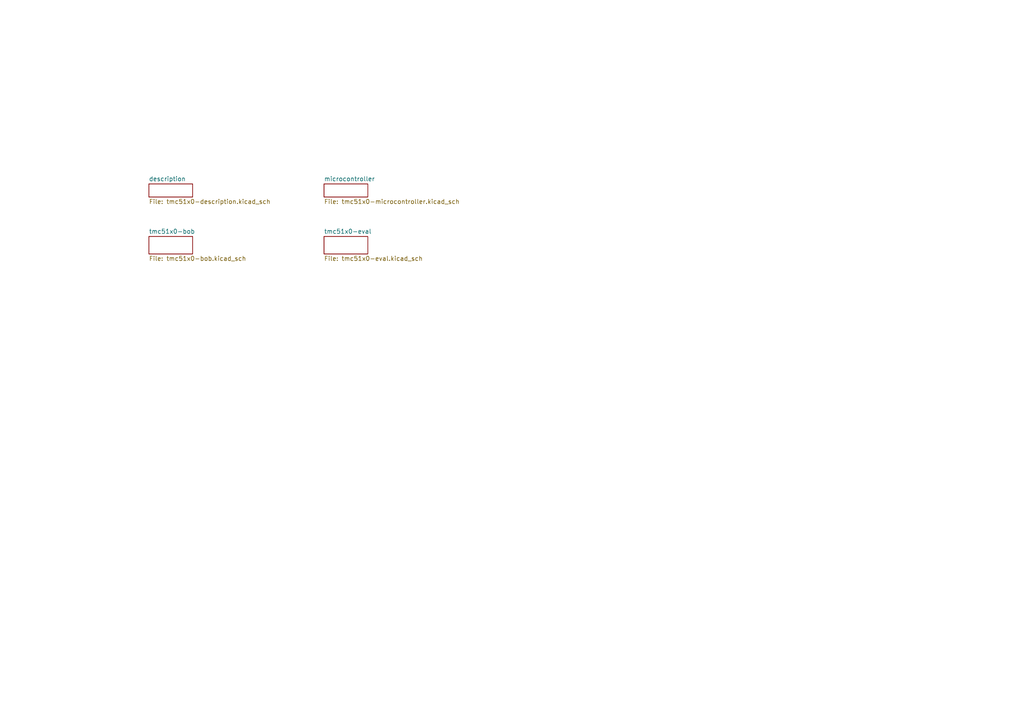
<source format=kicad_sch>
(kicad_sch (version 20230121) (generator eeschema)
  (paper "A4")
  (title_block (title "Trinamic Wiring") (date "2024-07-31") (rev "0.5") (company "Janelia Research Campus"))
  (lib_symbols)
  (sheet (at 43.18 68.58) (size 12.7 5.08) (stroke (width 0.1524))
    (property "Sheetname" "tmc51x0-bob" (at 43.18 67.8684 0) (effects (justify left bottom)))
    (property "Sheetfile" "tmc51x0-bob.kicad_sch" (at 43.18 74.2446 0) (effects (justify left top)))
  )
  (sheet (at 43.18 53.34) (size 12.7 3.81) (stroke (width 0.1524))
    (property "Sheetname" "description" (at 43.18 52.6284 0) (effects (justify left bottom)))
    (property "Sheetfile" "tmc51x0-description.kicad_sch" (at 43.18 57.7346 0) (effects (justify left top)))
  )
  (sheet (at 93.98 53.34) (size 12.7 3.81) (stroke (width 0.1524))
    (property "Sheetname" "microcontroller" (at 93.98 52.6284 0) (effects (justify left bottom)))
    (property "Sheetfile" "tmc51x0-microcontroller.kicad_sch" (at 93.98 57.7346 0) (effects (justify left top)))
  )
  (sheet (at 93.98 68.58) (size 12.7 5.08) (stroke (width 0.1524))
    (property "Sheetname" "tmc51x0-eval" (at 93.98 67.8684 0) (effects (justify left bottom)))
    (property "Sheetfile" "tmc51x0-eval.kicad_sch" (at 93.98 74.2446 0) (effects (justify left top)))
  )
)
</source>
